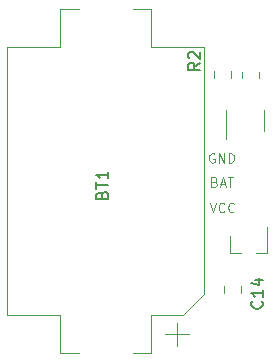
<source format=gbr>
%TF.GenerationSoftware,KiCad,Pcbnew,(5.1.7)-1*%
%TF.CreationDate,2022-08-04T10:30:13+03:00*%
%TF.ProjectId,battbrd,62617474-6272-4642-9e6b-696361645f70,rev?*%
%TF.SameCoordinates,Original*%
%TF.FileFunction,Legend,Top*%
%TF.FilePolarity,Positive*%
%FSLAX46Y46*%
G04 Gerber Fmt 4.6, Leading zero omitted, Abs format (unit mm)*
G04 Created by KiCad (PCBNEW (5.1.7)-1) date 2022-08-04 10:30:13*
%MOMM*%
%LPD*%
G01*
G04 APERTURE LIST*
%ADD10C,0.120000*%
%ADD11C,0.150000*%
G04 APERTURE END LIST*
D10*
X164083333Y-88511904D02*
X164350000Y-89311904D01*
X164616666Y-88511904D01*
X165340476Y-89235714D02*
X165302380Y-89273809D01*
X165188095Y-89311904D01*
X165111904Y-89311904D01*
X164997619Y-89273809D01*
X164921428Y-89197619D01*
X164883333Y-89121428D01*
X164845238Y-88969047D01*
X164845238Y-88854761D01*
X164883333Y-88702380D01*
X164921428Y-88626190D01*
X164997619Y-88550000D01*
X165111904Y-88511904D01*
X165188095Y-88511904D01*
X165302380Y-88550000D01*
X165340476Y-88588095D01*
X166140476Y-89235714D02*
X166102380Y-89273809D01*
X165988095Y-89311904D01*
X165911904Y-89311904D01*
X165797619Y-89273809D01*
X165721428Y-89197619D01*
X165683333Y-89121428D01*
X165645238Y-88969047D01*
X165645238Y-88854761D01*
X165683333Y-88702380D01*
X165721428Y-88626190D01*
X165797619Y-88550000D01*
X165911904Y-88511904D01*
X165988095Y-88511904D01*
X166102380Y-88550000D01*
X166140476Y-88588095D01*
X164490476Y-84350000D02*
X164414285Y-84311904D01*
X164300000Y-84311904D01*
X164185714Y-84350000D01*
X164109523Y-84426190D01*
X164071428Y-84502380D01*
X164033333Y-84654761D01*
X164033333Y-84769047D01*
X164071428Y-84921428D01*
X164109523Y-84997619D01*
X164185714Y-85073809D01*
X164300000Y-85111904D01*
X164376190Y-85111904D01*
X164490476Y-85073809D01*
X164528571Y-85035714D01*
X164528571Y-84769047D01*
X164376190Y-84769047D01*
X164871428Y-85111904D02*
X164871428Y-84311904D01*
X165328571Y-85111904D01*
X165328571Y-84311904D01*
X165709523Y-85111904D02*
X165709523Y-84311904D01*
X165900000Y-84311904D01*
X166014285Y-84350000D01*
X166090476Y-84426190D01*
X166128571Y-84502380D01*
X166166666Y-84654761D01*
X166166666Y-84769047D01*
X166128571Y-84921428D01*
X166090476Y-84997619D01*
X166014285Y-85073809D01*
X165900000Y-85111904D01*
X165709523Y-85111904D01*
X164509523Y-86742857D02*
X164623809Y-86780952D01*
X164661904Y-86819047D01*
X164700000Y-86895238D01*
X164700000Y-87009523D01*
X164661904Y-87085714D01*
X164623809Y-87123809D01*
X164547619Y-87161904D01*
X164242857Y-87161904D01*
X164242857Y-86361904D01*
X164509523Y-86361904D01*
X164585714Y-86400000D01*
X164623809Y-86438095D01*
X164661904Y-86514285D01*
X164661904Y-86590476D01*
X164623809Y-86666666D01*
X164585714Y-86704761D01*
X164509523Y-86742857D01*
X164242857Y-86742857D01*
X165004761Y-86933333D02*
X165385714Y-86933333D01*
X164928571Y-87161904D02*
X165195238Y-86361904D01*
X165461904Y-87161904D01*
X165614285Y-86361904D02*
X166071428Y-86361904D01*
X165842857Y-87161904D02*
X165842857Y-86361904D01*
%TO.C,U8*%
X168710000Y-82450000D02*
X168710000Y-80650000D01*
X165490000Y-80650000D02*
X165490000Y-83100000D01*
%TO.C,R2*%
X164440000Y-77911252D02*
X164440000Y-77388748D01*
X165860000Y-77911252D02*
X165860000Y-77388748D01*
%TO.C,D2*%
X165770000Y-92760000D02*
X166700000Y-92760000D01*
X168930000Y-92760000D02*
X168000000Y-92760000D01*
X168930000Y-92760000D02*
X168930000Y-90600000D01*
X165770000Y-92760000D02*
X165770000Y-91300000D01*
%TO.C,C14*%
X165340000Y-96111252D02*
X165340000Y-95588748D01*
X166760000Y-96111252D02*
X166760000Y-95588748D01*
%TO.C,C13*%
X166840000Y-77986252D02*
X166840000Y-77463748D01*
X168260000Y-77986252D02*
X168260000Y-77463748D01*
%TO.C,BT1*%
X159150000Y-75300000D02*
X159150000Y-72100000D01*
X159150000Y-72100000D02*
X157600000Y-72100000D01*
X163650000Y-75300000D02*
X159150000Y-75300000D01*
X163650000Y-75300000D02*
X163650000Y-96200000D01*
X161850000Y-98000000D02*
X159150000Y-98000000D01*
X163650000Y-96200000D02*
X161850000Y-98000000D01*
X159150000Y-98000000D02*
X159150000Y-101200000D01*
X159150000Y-101200000D02*
X157600000Y-101200000D01*
X151450000Y-98000000D02*
X151450000Y-101200000D01*
X151450000Y-101200000D02*
X153000000Y-101200000D01*
X151450000Y-75300000D02*
X151450000Y-72100000D01*
X151450000Y-72100000D02*
X153000000Y-72100000D01*
X146950000Y-98000000D02*
X146950000Y-75300000D01*
X146950000Y-98000000D02*
X151450000Y-98000000D01*
X146950000Y-75300000D02*
X151450000Y-75300000D01*
X160300000Y-99650000D02*
X162300000Y-99650000D01*
X161300000Y-98650000D02*
X161300000Y-100650000D01*
%TO.C,R2*%
D11*
X163252380Y-76666666D02*
X162776190Y-77000000D01*
X163252380Y-77238095D02*
X162252380Y-77238095D01*
X162252380Y-76857142D01*
X162300000Y-76761904D01*
X162347619Y-76714285D01*
X162442857Y-76666666D01*
X162585714Y-76666666D01*
X162680952Y-76714285D01*
X162728571Y-76761904D01*
X162776190Y-76857142D01*
X162776190Y-77238095D01*
X162347619Y-76285714D02*
X162300000Y-76238095D01*
X162252380Y-76142857D01*
X162252380Y-75904761D01*
X162300000Y-75809523D01*
X162347619Y-75761904D01*
X162442857Y-75714285D01*
X162538095Y-75714285D01*
X162680952Y-75761904D01*
X163252380Y-76333333D01*
X163252380Y-75714285D01*
%TO.C,C14*%
X168507142Y-96842857D02*
X168554761Y-96890476D01*
X168602380Y-97033333D01*
X168602380Y-97128571D01*
X168554761Y-97271428D01*
X168459523Y-97366666D01*
X168364285Y-97414285D01*
X168173809Y-97461904D01*
X168030952Y-97461904D01*
X167840476Y-97414285D01*
X167745238Y-97366666D01*
X167650000Y-97271428D01*
X167602380Y-97128571D01*
X167602380Y-97033333D01*
X167650000Y-96890476D01*
X167697619Y-96842857D01*
X168602380Y-95890476D02*
X168602380Y-96461904D01*
X168602380Y-96176190D02*
X167602380Y-96176190D01*
X167745238Y-96271428D01*
X167840476Y-96366666D01*
X167888095Y-96461904D01*
X167935714Y-95033333D02*
X168602380Y-95033333D01*
X167554761Y-95271428D02*
X168269047Y-95509523D01*
X168269047Y-94890476D01*
%TO.C,BT1*%
X154978571Y-87835714D02*
X155026190Y-87692857D01*
X155073809Y-87645238D01*
X155169047Y-87597619D01*
X155311904Y-87597619D01*
X155407142Y-87645238D01*
X155454761Y-87692857D01*
X155502380Y-87788095D01*
X155502380Y-88169047D01*
X154502380Y-88169047D01*
X154502380Y-87835714D01*
X154550000Y-87740476D01*
X154597619Y-87692857D01*
X154692857Y-87645238D01*
X154788095Y-87645238D01*
X154883333Y-87692857D01*
X154930952Y-87740476D01*
X154978571Y-87835714D01*
X154978571Y-88169047D01*
X154502380Y-87311904D02*
X154502380Y-86740476D01*
X155502380Y-87026190D02*
X154502380Y-87026190D01*
X155502380Y-85883333D02*
X155502380Y-86454761D01*
X155502380Y-86169047D02*
X154502380Y-86169047D01*
X154645238Y-86264285D01*
X154740476Y-86359523D01*
X154788095Y-86454761D01*
%TD*%
M02*

</source>
